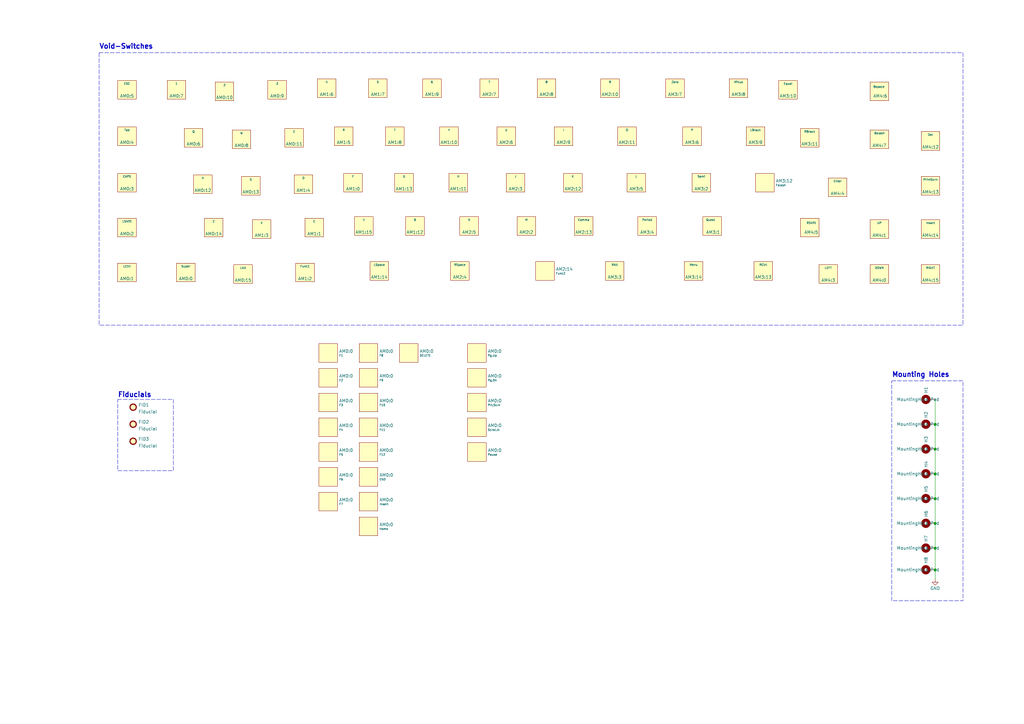
<source format=kicad_sch>
(kicad_sch (version 20230121) (generator eeschema)
  (paper "A3")
  (title_block (title "Chancey Keyboard") (date "2023-06-01") (rev "A-A"))
  (lib_symbols
    (symbol "Mechanical:Fiducial"
      (property "Reference" "FID" (at 0 5.08 0))
      (property "Value" "Fiducial" (at 0 3.175 0))
      (symbol "Fiducial_0_1"
        (circle (center 0 0) (radius 1.27) (stroke (width 0.508)) (fill (type background)))
      )
    )
    (symbol "Mechanical:MountingHole_Pad" (pin_numbers hide) (pin_names (offset 1.016) hide)
      (property "Reference" "H" (at 0 6.35 0))
      (property "Value" "MountingHole_Pad" (at 0 4.445 0))
      (symbol "MountingHole_Pad_0_1"
        (circle (center 0 1.27) (radius 1.27) (stroke (width 1.27)))
      )
      (symbol "MountingHole_Pad_1_1"
        (pin input line (at 0 -2.54 90) (length 2.54) (name "1") (number "1"))
      )
    )
    (symbol "power:GND" (power) (pin_names (offset 0))
      (property "Value" "GND" (at 0 -3.81 0))
      (symbol "GND_0_1"
        (polyline (pts (xy 0 0) (xy 0 -1.27) (xy 1.27 -1.27) (xy 0 -2.54) (xy -1.27 -1.27) (xy 0 -1.27)))
      )
      (symbol "GND_1_1"
        (pin power_in line (at 0 0 270) (length 0) hide (name "GND") (number "1"))
      )
    )
    (symbol "voidswitch:VoidSwitch" (pin_names (offset 1.016)) (in_bom no)
      (property "Reference" "AM0:0" (at 0 -1.27 0))
      (property "Value" "VoidSwitch" (at 0 1.27 0))
      (symbol "VoidSwitch_0_1"
        (rectangle (start -3.81 3.81) (end 3.81 -3.81) (fill (type background)))
      )
    )
  )
  (junction (at 383.54 173.99))
  (junction (at 383.54 194.31))
  (junction (at 383.54 214.63))
  (junction (at 383.54 204.47))
  (junction (at 383.54 224.79))
  (junction (at 383.54 233.68))
  (junction (at 383.54 184.15))
  (wire (pts (xy 383.54 194.31) (xy 383.54 204.47)))
  (wire (pts (xy 383.54 173.99) (xy 383.54 184.15)))
  (wire (pts (xy 383.54 163.83) (xy 383.54 173.99)))
  (wire (pts (xy 383.54 204.47) (xy 383.54 214.63)))
  (wire (pts (xy 383.54 184.15) (xy 383.54 194.31)))
  (wire (pts (xy 383.54 237.49) (xy 383.54 233.68)))
  (wire (pts (xy 383.54 224.79) (xy 383.54 233.68)))
  (wire (pts (xy 383.54 214.63) (xy 383.54 224.79)))
  (rectangle (start 365.76 156.21) (end 394.97 246.38) (stroke (width 0) (type dash)))
  (rectangle (start 48.26 163.83) (end 71.12 193.04) (stroke (width 0) (type dash)))
  (rectangle (start 40.64 21.59) (end 394.97 133.35) (stroke (width 0) (type dash)))
  (text "Mounting Holes" (at 365.76 154.94 0) (effects (font (size 2 2) (thickness 0.4013) bold) (justify left bottom)))
  (text "Fiducials" (at 48.26 163.195 0) (effects (font (size 2 2) (thickness 0.4013) bold) (justify left bottom)))
  (text "Void-Switches" (at 40.64 20.32 0) (effects (font (size 2 2) (thickness 0.4013) bold) (justify left bottom)))
  (symbol (lib_id "voidswitch:VoidSwitch") (at 72.39 36.83 0) (unit 1) (in_bom no)
    (property "Reference" "AM0:7" (at 72.39 39.37 0))
    (property "Value" "1" (at 72.39 34.29 0) (effects (font (size 0.85 0.85))))
    (property "Footprint" "Chancey_modular:VoidSwitch_1u_SMD" (effects hide))
    (property "NOTE" "Replace \"AM0:0\" with the actual MUX pin" (effects hide))
    (property "Sim.Enable" "0" (effects hide))
  )
  (symbol (lib_id "voidswitch:VoidSwitch") (at 207.645 55.88 0) (unit 1) (in_bom no)
    (property "Reference" "AM2:6" (at 207.645 58.42 0))
    (property "Value" "U" (at 207.645 53.34 0) (effects (font (size 0.85 0.85))))
    (property "Footprint" "Chancey_modular:VoidSwitch_1u_SMD" (effects hide))
    (property "NOTE" "Replace \"AM0:0\" with the actual MUX pin" (effects hide))
    (property "Sim.Enable" "0" (effects hide))
  )
  (symbol (lib_id "voidswitch:VoidSwitch") (at 134.62 165.1 0) (unit 1) (in_bom no)
    (property "Reference" "AM0:0" (at 139.065 164.3516 0) (effects (justify left)))
    (property "Value" "F3" (at 139.065 166.124 0) (effects (font (size 0.85 0.85)) (justify left)))
    (property "Footprint" "Chancey_modular:VoidSwitch_1u_SMD" (effects hide))
    (property "NOTE" "Replace \"AM0:0\" with the actual MUX pin" (effects hide))
    (property "Sim.Enable" "0" (effects hide))
    (instances (project "Chancey-board_modular-AA" (path "" (reference "AM0:0") (unit 1)) (path "" (reference "AM5:3") (unit 1))))
  )
  (symbol (lib_id "voidswitch:VoidSwitch") (at 52.07 55.88 0) (unit 1) (in_bom no)
    (property "Reference" "AM0:4" (at 52.07 58.42 0))
    (property "Value" "Tab" (at 52.07 53.34 0) (effects (font (size 0.85 0.85))))
    (property "Footprint" "Chancey_modular:VoidSwitch_1u_SMD" (effects hide))
    (property "NOTE" "Replace \"AM0:0\" with the actual MUX pin" (effects hide))
    (property "Sim.Enable" "0" (effects hide))
  )
  (symbol (lib_id "voidswitch:VoidSwitch") (at 250.19 36.195 0) (unit 1) (in_bom no)
    (property "Reference" "AM2:10" (at 250.19 38.735 0))
    (property "Value" "9" (at 250.19 33.655 0) (effects (font (size 0.85 0.85))))
    (property "Footprint" "Chancey_modular:VoidSwitch_1u_SMD" (effects hide))
    (property "NOTE" "Replace \"AM0:0\" with the actual MUX pin" (effects hide))
    (property "Sim.Enable" "0" (effects hide))
  )
  (symbol (lib_id "voidswitch:VoidSwitch") (at 120.65 56.515 0) (unit 1) (in_bom no)
    (property "Reference" "AM0:11" (at 120.65 59.055 0))
    (property "Value" "E" (at 120.65 53.975 0) (effects (font (size 0.85 0.85))))
    (property "Footprint" "Chancey_modular:VoidSwitch_1u_SMD" (effects hide))
    (property "NOTE" "Replace \"AM0:0\" with the actual MUX pin" (effects hide))
    (property "Sim.Enable" "0" (effects hide))
  )
  (symbol (lib_id "voidswitch:VoidSwitch") (at 224.155 36.195 0) (unit 1) (in_bom no)
    (property "Reference" "AM2:8" (at 224.155 38.735 0))
    (property "Value" "8" (at 224.155 33.655 0) (effects (font (size 0.85 0.85))))
    (property "Footprint" "Chancey_modular:VoidSwitch_1u_SMD" (effects hide))
    (property "NOTE" "Replace \"AM0:0\" with the actual MUX pin" (effects hide))
    (property "Sim.Enable" "0" (effects hide))
  )
  (symbol (lib_id "voidswitch:VoidSwitch") (at 107.315 93.98 0) (unit 1) (in_bom no)
    (property "Reference" "AM1:3" (at 107.315 96.52 0))
    (property "Value" "X" (at 107.315 91.44 0) (effects (font (size 0.85 0.85))))
    (property "Footprint" "Chancey_modular:VoidSwitch_1u_SMD" (effects hide))
    (property "NOTE" "Replace \"AM0:0\" with the actual MUX pin" (effects hide))
    (property "Sim.Enable" "0" (effects hide))
  )
  (symbol (lib_id "voidswitch:VoidSwitch") (at 124.46 75.565 0) (unit 1) (in_bom no)
    (property "Reference" "AM1:4" (at 124.46 78.105 0))
    (property "Value" "D" (at 124.46 73.025 0) (effects (font (size 0.85 0.85))))
    (property "Footprint" "Chancey_modular:VoidSwitch_1u_SMD" (effects hide))
    (property "NOTE" "Replace \"AM0:0\" with the actual MUX pin" (effects hide))
    (property "Sim.Enable" "0" (effects hide))
  )
  (symbol (lib_id "voidswitch:VoidSwitch") (at 323.215 36.83 0) (unit 1) (in_bom no)
    (property "Reference" "AM3:10" (at 323.215 39.37 0))
    (property "Value" "Equal" (at 323.215 34.29 0) (effects (font (size 0.85 0.85))))
    (property "Footprint" "Chancey_modular:VoidSwitch_1u_SMD" (effects hide))
    (property "NOTE" "Replace \"AM0:0\" with the actual MUX pin" (effects hide))
    (property "Sim.Enable" "0" (effects hide))
  )
  (symbol (lib_id "voidswitch:VoidSwitch") (at 155.575 111.125 0) (unit 1) (in_bom no)
    (property "Reference" "AM1:14" (at 155.575 113.665 0))
    (property "Value" "LSpace" (at 155.575 108.585 0) (effects (font (size 0.85 0.85))))
    (property "Footprint" "Chancey_modular:VoidSwitch_1u_SMD" (effects hide))
    (property "NOTE" "Replace \"AM0:0\" with the actual MUX pin" (effects hide))
    (property "Sim.Enable" "0" (effects hide))
  )
  (symbol (lib_id "voidswitch:VoidSwitch") (at 167.64 144.78 0) (unit 1) (in_bom no)
    (property "Reference" "AM0:0" (at 172.085 144.0316 0) (effects (justify left)))
    (property "Value" "DELETE" (at 172.085 145.804 0) (effects (font (size 0.85 0.85)) (justify left)))
    (property "Footprint" "Chancey_modular:VoidSwitch_1u_SMD" (effects hide))
    (property "NOTE" "Replace \"AM0:0\" with the actual MUX pin" (effects hide))
    (property "Sim.Enable" "0" (effects hide))
    (instances (project "Chancey-board_modular-AA" (path "" (reference "AM0:0") (unit 1)) (path "" (reference "AM6:1") (unit 1))))
  )
  (symbol (lib_id "voidswitch:VoidSwitch") (at 134.62 175.26 0) (unit 1) (in_bom no)
    (property "Reference" "AM0:0" (at 139.065 174.5116 0) (effects (justify left)))
    (property "Value" "F4" (at 139.065 176.284 0) (effects (font (size 0.85 0.85)) (justify left)))
    (property "Footprint" "Chancey_modular:VoidSwitch_1u_SMD" (effects hide))
    (property "NOTE" "Replace \"AM0:0\" with the actual MUX pin" (effects hide))
    (property "Sim.Enable" "0" (effects hide))
    (instances (project "Chancey-board_modular-AA" (path "" (reference "AM0:0") (unit 1)) (path "" (reference "AM5:4") (unit 1))))
  )
  (symbol (lib_id "voidswitch:VoidSwitch") (at 140.97 55.88 0) (unit 1) (in_bom no)
    (property "Reference" "AM1:5" (at 140.97 58.42 0))
    (property "Value" "R" (at 140.97 53.34 0) (effects (font (size 0.85 0.85))))
    (property "Footprint" "Chancey_modular:VoidSwitch_1u_SMD" (effects hide))
    (property "NOTE" "Replace \"AM0:0\" with the actual MUX pin" (effects hide))
    (property "Sim.Enable" "0" (effects hide))
  )
  (symbol (lib_id "voidswitch:VoidSwitch") (at 83.185 75.565 0) (unit 1) (in_bom no)
    (property "Reference" "AM0:12" (at 83.185 78.105 0))
    (property "Value" "A" (at 83.185 73.025 0) (effects (font (size 0.85 0.85))))
    (property "Footprint" "Chancey_modular:VoidSwitch_1u_SMD" (effects hide))
    (property "NOTE" "Replace \"AM0:0\" with the actual MUX pin" (effects hide))
    (property "Sim.Enable" "0" (effects hide))
  )
  (symbol (lib_id "voidswitch:VoidSwitch") (at 151.13 215.9 0) (unit 1) (in_bom no)
    (property "Reference" "AM0:0" (at 155.575 215.1516 0) (effects (justify left)))
    (property "Value" "Home" (at 155.575 216.924 0) (effects (font (size 0.85 0.85)) (justify left)))
    (property "Footprint" "Chancey_modular:VoidSwitch_1u_SMD" (effects hide))
    (property "NOTE" "Replace \"AM0:0\" with the actual MUX pin" (effects hide))
    (property "Sim.Enable" "0" (effects hide))
    (instances (project "Chancey-board_modular-AA" (path "" (reference "AM0:0") (unit 1)) (path "" (reference "AM5:15") (unit 1))))
  )
  (symbol (lib_id "voidswitch:VoidSwitch") (at 134.62 195.58 0) (unit 1) (in_bom no)
    (property "Reference" "AM0:0" (at 139.065 194.8316 0) (effects (justify left)))
    (property "Value" "F6" (at 139.065 196.604 0) (effects (font (size 0.85 0.85)) (justify left)))
    (property "Footprint" "Chancey_modular:VoidSwitch_1u_SMD" (effects hide))
    (property "NOTE" "Replace \"AM0:0\" with the actual MUX pin" (effects hide))
    (property "Sim.Enable" "0" (effects hide))
    (instances (project "Chancey-board_modular-AA" (path "" (reference "AM0:0") (unit 1)) (path "" (reference "AM5:6") (unit 1))))
  )
  (symbol (lib_id "voidswitch:VoidSwitch") (at 165.735 74.93 0) (unit 1) (in_bom no)
    (property "Reference" "AM1:13" (at 165.735 77.47 0))
    (property "Value" "G" (at 165.735 72.39 0) (effects (font (size 0.85 0.85))))
    (property "Footprint" "Chancey_modular:VoidSwitch_1u_SMD" (effects hide))
    (property "NOTE" "Replace \"AM0:0\" with the actual MUX pin" (effects hide))
    (property "Sim.Enable" "0" (effects hide))
  )
  (symbol (lib_id "voidswitch:VoidSwitch") (at 343.535 76.835 0) (unit 1) (in_bom no)
    (property "Reference" "AM4:4" (at 343.535 79.375 0))
    (property "Value" "Enter" (at 343.535 74.295 0) (effects (font (size 0.85 0.85))))
    (property "Footprint" "Chancey_modular:VoidSwitch_1u_SMD" (effects hide))
    (property "NOTE" "Replace \"AM0:0\" with the actual MUX pin" (effects hide))
    (property "Sim.Enable" "0" (effects hide))
  )
  (symbol (lib_id "voidswitch:VoidSwitch") (at 134.62 185.42 0) (unit 1) (in_bom no)
    (property "Reference" "AM0:0" (at 139.065 184.6716 0) (effects (justify left)))
    (property "Value" "F5" (at 139.065 186.444 0) (effects (font (size 0.85 0.85)) (justify left)))
    (property "Footprint" "Chancey_modular:VoidSwitch_1u_SMD" (effects hide))
    (property "NOTE" "Replace \"AM0:0\" with the actual MUX pin" (effects hide))
    (property "Sim.Enable" "0" (effects hide))
    (instances (project "Chancey-board_modular-AA" (path "" (reference "AM0:0") (unit 1)) (path "" (reference "AM5:5") (unit 1))))
  )
  (symbol (lib_id "voidswitch:VoidSwitch") (at 223.52 111.125 0) (unit 1) (in_bom no)
    (property "Reference" "AM2:14" (at 227.965 110.3766 0) (effects (justify left)))
    (property "Value" "Func2" (at 227.965 112.149 0) (effects (font (size 0.85 0.85)) (justify left)))
    (property "Footprint" "Chancey_modular:VoidSwitch_1u_SMD" (effects hide))
    (property "NOTE" "Replace \"AM0:0\" with the actual MUX pin" (effects hide))
    (property "Sim.Enable" "0" (effects hide))
  )
  (symbol (lib_id "voidswitch:VoidSwitch") (at 177.165 36.195 0) (unit 1) (in_bom no)
    (property "Reference" "AM1:9" (at 177.165 38.735 0))
    (property "Value" "6" (at 177.165 33.655 0) (effects (font (size 0.85 0.85))))
    (property "Footprint" "Chancey_modular:VoidSwitch_1u_SMD" (effects hide))
    (property "NOTE" "Replace \"AM0:0\" with the actual MUX pin" (effects hide))
    (property "Sim.Enable" "0" (effects hide))
  )
  (symbol (lib_id "voidswitch:VoidSwitch") (at 92.075 37.465 0) (unit 1) (in_bom no)
    (property "Reference" "AM0:10" (at 92.075 40.005 0))
    (property "Value" "2" (at 92.075 34.925 0) (effects (font (size 0.85 0.85))))
    (property "Footprint" "Chancey_modular:VoidSwitch_1u_SMD" (effects hide))
    (property "NOTE" "Replace \"AM0:0\" with the actual MUX pin" (effects hide))
    (property "Sim.Enable" "0" (effects hide))
  )
  (symbol (lib_id "voidswitch:VoidSwitch") (at 265.43 92.71 0) (unit 1) (in_bom no)
    (property "Reference" "AM3:4" (at 265.43 95.25 0))
    (property "Value" "Period" (at 265.43 90.17 0) (effects (font (size 0.85 0.85))))
    (property "Footprint" "Chancey_modular:VoidSwitch_1u_SMD" (effects hide))
    (property "NOTE" "Replace \"AM0:0\" with the actual MUX pin" (effects hide))
    (property "Sim.Enable" "0" (effects hide))
  )
  (symbol (lib_id "voidswitch:VoidSwitch") (at 99.06 57.15 0) (unit 1) (in_bom no)
    (property "Reference" "AM0:8" (at 99.06 59.69 0))
    (property "Value" "W" (at 99.06 54.61 0) (effects (font (size 0.85 0.85))))
    (property "Footprint" "Chancey_modular:VoidSwitch_1u_SMD" (effects hide))
    (property "NOTE" "Replace \"AM0:0\" with the actual MUX pin" (effects hide))
    (property "Sim.Enable" "0" (effects hide))
  )
  (symbol (lib_id "voidswitch:VoidSwitch") (at 195.58 165.1 0) (unit 1) (in_bom no)
    (property "Reference" "AM0:0" (at 200.025 164.3516 0) (effects (justify left)))
    (property "Value" "Prt.Scrn" (at 200.025 166.124 0) (effects (font (size 0.85 0.85)) (justify left)))
    (property "Footprint" "Chancey_modular:VoidSwitch_1u_SMD" (effects hide))
    (property "NOTE" "Replace \"AM0:0\" with the actual MUX pin" (effects hide))
    (property "Sim.Enable" "0" (effects hide))
    (instances (project "Chancey-board_modular-AA" (path "" (reference "AM0:0") (unit 1)) (path "" (reference "AM6:3") (unit 1))))
  )
  (symbol (lib_id "voidswitch:VoidSwitch") (at 134.62 154.94 0) (unit 1) (in_bom no)
    (property "Reference" "AM0:0" (at 139.065 154.1916 0) (effects (justify left)))
    (property "Value" "F2" (at 139.065 155.964 0) (effects (font (size 0.85 0.85)) (justify left)))
    (property "Footprint" "Chancey_modular:VoidSwitch_1u_SMD" (effects hide))
    (property "NOTE" "Replace \"AM0:0\" with the actual MUX pin" (effects hide))
    (property "Sim.Enable" "0" (effects hide))
    (instances (project "Chancey-board_modular-AA" (path "" (reference "AM0:0") (unit 1)) (path "" (reference "AM5:2") (unit 1))))
  )
  (symbol (lib_id "Mechanical:MountingHole_Pad") (at 381 233.68 90) (unit 1)
    (property "Reference" "H8" (at 379.8316 231.14 0) (effects (justify left)))
    (property "Value" "MountingHole_Pad" (at 376.555 233.68 90))
    (property "Footprint" "MountingHole:MountingHole_3.2mm_M3_Pad" (effects hide))
  )
  (symbol (lib_id "Mechanical:MountingHole_Pad") (at 381 184.15 90) (unit 1)
    (property "Reference" "H3" (at 379.8316 181.61 0) (effects (justify left)))
    (property "Value" "MountingHole_Pad" (at 376.555 184.15 90))
    (property "Footprint" "MountingHole:MountingHole_3.2mm_M3_Pad" (effects hide))
  )
  (symbol (lib_id "voidswitch:VoidSwitch") (at 313.055 111.125 0) (unit 1) (in_bom no)
    (property "Reference" "AM3:13" (at 313.055 113.665 0))
    (property "Value" "RCtrl" (at 313.055 108.585 0) (effects (font (size 0.85 0.85))))
    (property "Footprint" "Chancey_modular:VoidSwitch_1u_SMD" (effects hide))
    (property "NOTE" "Replace \"AM0:0\" with the actual MUX pin" (effects hide))
    (property "Sim.Enable" "0" (effects hide))
  )
  (symbol (lib_id "voidswitch:VoidSwitch") (at 360.68 57.15 0) (unit 1) (in_bom no)
    (property "Reference" "AM4:7" (at 360.68 59.69 0))
    (property "Value" "Bslash" (at 360.68 54.61 0) (effects (font (size 0.85 0.85))))
    (property "Footprint" "Chancey_modular:VoidSwitch_1u_SMD" (effects hide))
    (property "NOTE" "Replace \"AM0:0\" with the actual MUX pin" (effects hide))
    (property "Sim.Enable" "0" (effects hide))
  )
  (symbol (lib_id "voidswitch:VoidSwitch") (at 381.635 57.785 0) (unit 1) (in_bom no)
    (property "Reference" "AM4:12" (at 381.635 60.325 0))
    (property "Value" "Del" (at 381.635 55.245 0) (effects (font (size 0.85 0.85))))
    (property "Footprint" "Chancey_modular:VoidSwitch_1u_SMD" (effects hide))
    (property "NOTE" "Replace \"AM0:0\" with the actual MUX pin" (effects hide))
    (property "Sim.Enable" "0" (effects hide))
  )
  (symbol (lib_id "voidswitch:VoidSwitch") (at 276.86 36.195 0) (unit 1) (in_bom no)
    (property "Reference" "AM3:7" (at 276.86 38.735 0))
    (property "Value" "Zero" (at 276.86 33.655 0) (effects (font (size 0.85 0.85))))
    (property "Footprint" "Chancey_modular:VoidSwitch_1u_SMD" (effects hide))
    (property "NOTE" "Replace \"AM0:0\" with the actual MUX pin" (effects hide))
    (property "Sim.Enable" "0" (effects hide))
  )
  (symbol (lib_id "voidswitch:VoidSwitch") (at 52.07 93.345 0) (unit 1) (in_bom no)
    (property "Reference" "AM0:2" (at 52.07 95.885 0))
    (property "Value" "LShift" (at 52.07 90.805 0) (effects (font (size 0.85 0.85))))
    (property "Footprint" "Chancey_modular:VoidSwitch_1u_SMD" (effects hide))
    (property "NOTE" "Replace \"AM0:0\" with the actual MUX pin" (effects hide))
    (property "Sim.Enable" "0" (effects hide))
  )
  (symbol (lib_id "voidswitch:VoidSwitch") (at 195.58 175.26 0) (unit 1) (in_bom no)
    (property "Reference" "AM0:0" (at 200.025 174.5116 0) (effects (justify left)))
    (property "Value" "Scrol.lk" (at 200.025 176.284 0) (effects (font (size 0.85 0.85)) (justify left)))
    (property "Footprint" "Chancey_modular:VoidSwitch_1u_SMD" (effects hide))
    (property "NOTE" "Replace \"AM0:0\" with the actual MUX pin" (effects hide))
    (property "Sim.Enable" "0" (effects hide))
    (instances (project "Chancey-board_modular-AA" (path "" (reference "AM0:0") (unit 1)) (path "" (reference "AM6:4") (unit 1))))
  )
  (symbol (lib_id "voidswitch:VoidSwitch") (at 302.895 36.195 0) (unit 1) (in_bom no)
    (property "Reference" "AM3:8" (at 302.895 38.735 0))
    (property "Value" "Minus" (at 302.895 33.655 0) (effects (font (size 0.85 0.85))))
    (property "Footprint" "Chancey_modular:VoidSwitch_1u_SMD" (effects hide))
    (property "NOTE" "Replace \"AM0:0\" with the actual MUX pin" (effects hide))
    (property "Sim.Enable" "0" (effects hide))
  )
  (symbol (lib_id "voidswitch:VoidSwitch") (at 260.985 74.93 0) (unit 1) (in_bom no)
    (property "Reference" "AM3:5" (at 260.985 77.47 0))
    (property "Value" "L" (at 260.985 72.39 0) (effects (font (size 0.85 0.85))))
    (property "Footprint" "Chancey_modular:VoidSwitch_1u_SMD" (effects hide))
    (property "NOTE" "Replace \"AM0:0\" with the actual MUX pin" (effects hide))
    (property "Sim.Enable" "0" (effects hide))
  )
  (symbol (lib_id "voidswitch:VoidSwitch") (at 154.94 36.195 0) (unit 1) (in_bom no)
    (property "Reference" "AM1:7" (at 154.94 38.735 0))
    (property "Value" "5" (at 154.94 33.655 0) (effects (font (size 0.85 0.85))))
    (property "Footprint" "Chancey_modular:VoidSwitch_1u_SMD" (effects hide))
    (property "NOTE" "Replace \"AM0:0\" with the actual MUX pin" (effects hide))
    (property "Sim.Enable" "0" (effects hide))
  )
  (symbol (lib_id "voidswitch:VoidSwitch") (at 188.595 111.125 0) (unit 1) (in_bom no)
    (property "Reference" "AM2:4" (at 188.595 113.665 0))
    (property "Value" "RSpace" (at 188.595 108.585 0) (effects (font (size 0.85 0.85))))
    (property "Footprint" "Chancey_modular:VoidSwitch_1u_SMD" (effects hide))
    (property "NOTE" "Replace \"AM0:0\" with the actual MUX pin" (effects hide))
    (property "Sim.Enable" "0" (effects hide))
  )
  (symbol (lib_id "voidswitch:VoidSwitch") (at 99.695 112.395 0) (unit 1) (in_bom no)
    (property "Reference" "AM0:15" (at 99.695 114.935 0))
    (property "Value" "LAlt" (at 99.695 109.855 0) (effects (font (size 0.85 0.85))))
    (property "Footprint" "Chancey_modular:VoidSwitch_1u_SMD" (effects hide))
    (property "NOTE" "Replace \"AM0:0\" with the actual MUX pin" (effects hide))
    (property "Sim.Enable" "0" (effects hide))
  )
  (symbol (lib_id "voidswitch:VoidSwitch") (at 52.07 36.83 0) (unit 1) (in_bom no)
    (property "Reference" "AM0:5" (at 52.07 39.37 0))
    (property "Value" "ESC" (at 52.07 34.29 0) (effects (font (size 0.85 0.85))))
    (property "Footprint" "Chancey_modular:VoidSwitch_1u_SMD" (effects hide))
    (property "NOTE" "Replace \"AM0:0\" with the actual MUX pin" (effects hide))
    (property "Sim.Enable" "0" (effects hide))
  )
  (symbol (lib_id "voidswitch:VoidSwitch") (at 195.58 185.42 0) (unit 1) (in_bom no)
    (property "Reference" "AM0:0" (at 200.025 184.6716 0) (effects (justify left)))
    (property "Value" "Pause" (at 200.025 186.444 0) (effects (font (size 0.85 0.85)) (justify left)))
    (property "Footprint" "Chancey_modular:VoidSwitch_1u_SMD" (effects hide))
    (property "NOTE" "Replace \"AM0:0\" with the actual MUX pin" (effects hide))
    (property "Sim.Enable" "0" (effects hide))
    (instances (project "Chancey-board_modular-AA" (path "" (reference "AM0:0") (unit 1)) (path "" (reference "AM6:5") (unit 1))))
  )
  (symbol (lib_id "Mechanical:MountingHole_Pad") (at 381 214.63 90) (unit 1)
    (property "Reference" "H6" (at 379.8316 212.09 0) (effects (justify left)))
    (property "Value" "MountingHole_Pad" (at 376.555 214.63 90))
    (property "Footprint" "MountingHole:MountingHole_3.2mm_M3_Pad" (effects hide))
  )
  (symbol (lib_id "voidswitch:VoidSwitch") (at 161.925 55.88 0) (unit 1) (in_bom no)
    (property "Reference" "AM1:8" (at 161.925 58.42 0))
    (property "Value" "T" (at 161.925 53.34 0) (effects (font (size 0.85 0.85))))
    (property "Footprint" "Chancey_modular:VoidSwitch_1u_SMD" (effects hide))
    (property "NOTE" "Replace \"AM0:0\" with the actual MUX pin" (effects hide))
    (property "Sim.Enable" "0" (effects hide))
  )
  (symbol (lib_id "voidswitch:VoidSwitch") (at 128.905 93.345 0) (unit 1) (in_bom no)
    (property "Reference" "AM1:1" (at 128.905 95.885 0))
    (property "Value" "C" (at 128.905 90.805 0) (effects (font (size 0.85 0.85))))
    (property "Footprint" "Chancey_modular:VoidSwitch_1u_SMD" (effects hide))
    (property "NOTE" "Replace \"AM0:0\" with the actual MUX pin" (effects hide))
    (property "Sim.Enable" "0" (effects hide))
  )
  (symbol (lib_id "voidswitch:VoidSwitch") (at 360.68 93.98 0) (unit 1) (in_bom no)
    (property "Reference" "AM4:1" (at 360.68 96.52 0))
    (property "Value" "UP" (at 360.68 91.44 0) (effects (font (size 0.85 0.85))))
    (property "Footprint" "Chancey_modular:VoidSwitch_1u_SMD" (effects hide))
    (property "NOTE" "Replace \"AM0:0\" with the actual MUX pin" (effects hide))
    (property "Sim.Enable" "0" (effects hide))
  )
  (symbol (lib_id "voidswitch:VoidSwitch") (at 149.225 92.71 0) (unit 1) (in_bom no)
    (property "Reference" "AM1:15" (at 149.225 95.25 0))
    (property "Value" "V" (at 149.225 90.17 0) (effects (font (size 0.85 0.85))))
    (property "Footprint" "Chancey_modular:VoidSwitch_1u_SMD" (effects hide))
    (property "NOTE" "Replace \"AM0:0\" with the actual MUX pin" (effects hide))
    (property "Sim.Enable" "0" (effects hide))
  )
  (symbol (lib_id "voidswitch:VoidSwitch") (at 195.58 154.94 0) (unit 1) (in_bom no)
    (property "Reference" "AM0:0" (at 200.025 154.1916 0) (effects (justify left)))
    (property "Value" "Pg.Dn" (at 200.025 155.964 0) (effects (font (size 0.85 0.85)) (justify left)))
    (property "Footprint" "Chancey_modular:VoidSwitch_1u_SMD" (effects hide))
    (property "NOTE" "Replace \"AM0:0\" with the actual MUX pin" (effects hide))
    (property "Sim.Enable" "0" (effects hide))
    (instances (project "Chancey-board_modular-AA" (path "" (reference "AM0:0") (unit 1)) (path "" (reference "AM6:2") (unit 1))))
  )
  (symbol (lib_id "voidswitch:VoidSwitch") (at 151.13 175.26 0) (unit 1) (in_bom no)
    (property "Reference" "AM0:0" (at 155.575 174.5116 0) (effects (justify left)))
    (property "Value" "F11" (at 155.575 176.284 0) (effects (font (size 0.85 0.85)) (justify left)))
    (property "Footprint" "Chancey_modular:VoidSwitch_1u_SMD" (effects hide))
    (property "NOTE" "Replace \"AM0:0\" with the actual MUX pin" (effects hide))
    (property "Sim.Enable" "0" (effects hide))
    (instances (project "Chancey-board_modular-AA" (path "" (reference "AM0:0") (unit 1)) (path "" (reference "AM5:11") (unit 1))))
  )
  (symbol (lib_id "voidswitch:VoidSwitch") (at 52.07 74.93 0) (unit 1) (in_bom no)
    (property "Reference" "AM0:3" (at 52.07 77.47 0))
    (property "Value" "CAPS" (at 52.07 72.39 0) (effects (font (size 0.85 0.85))))
    (property "Footprint" "Chancey_modular:VoidSwitch_1u_SMD" (effects hide))
    (property "NOTE" "Replace \"AM0:0\" with the actual MUX pin" (effects hide))
    (property "Sim.Enable" "0" (effects hide))
  )
  (symbol (lib_id "voidswitch:VoidSwitch") (at 102.87 76.2 0) (unit 1) (in_bom no)
    (property "Reference" "AM0:13" (at 102.87 78.74 0))
    (property "Value" "S" (at 102.87 73.66 0) (effects (font (size 0.85 0.85))))
    (property "Footprint" "Chancey_modular:VoidSwitch_1u_SMD" (effects hide))
    (property "NOTE" "Replace \"AM0:0\" with the actual MUX pin" (effects hide))
    (property "Sim.Enable" "0" (effects hide))
  )
  (symbol (lib_id "voidswitch:VoidSwitch") (at 339.725 112.395 0) (unit 1) (in_bom no)
    (property "Reference" "AM4:3" (at 339.725 114.935 0))
    (property "Value" "LEFT" (at 339.725 109.855 0) (effects (font (size 0.85 0.85))))
    (property "Footprint" "Chancey_modular:VoidSwitch_1u_SMD" (effects hide))
    (property "NOTE" "Replace \"AM0:0\" with the actual MUX pin" (effects hide))
    (property "Sim.Enable" "0" (effects hide))
  )
  (symbol (lib_id "power:GND") (at 383.54 237.49 0) (unit 1)
    (property "Reference" "#PWR043" (effects hide))
    (property "Value" "GND" (at 383.54 241.3 0))
    (instances (project "Chancey-board_modular-AA" (path "" (reference "#PWR043") (unit 1)) (path "" (reference "#PWR0152") (unit 1))))
  )
  (symbol (lib_id "voidswitch:VoidSwitch") (at 52.07 111.76 0) (unit 1) (in_bom no)
    (property "Reference" "AM0:1" (at 52.07 114.3 0))
    (property "Value" "LCtrl" (at 52.07 109.22 0) (effects (font (size 0.85 0.85))))
    (property "Footprint" "Chancey_modular:VoidSwitch_1u_SMD" (effects hide))
    (property "NOTE" "Replace \"AM0:0\" with the actual MUX pin" (effects hide))
    (property "Sim.Enable" "0" (effects hide))
  )
  (symbol (lib_id "voidswitch:VoidSwitch") (at 215.9 92.71 0) (unit 1) (in_bom no)
    (property "Reference" "AM2:2" (at 215.9 95.25 0))
    (property "Value" "M" (at 215.9 90.17 0) (effects (font (size 0.85 0.85))))
    (property "Footprint" "Chancey_modular:VoidSwitch_1u_SMD" (effects hide))
    (property "NOTE" "Replace \"AM0:0\" with the actual MUX pin" (effects hide))
    (property "Sim.Enable" "0" (effects hide))
  )
  (symbol (lib_id "voidswitch:VoidSwitch") (at 252.095 111.125 0) (unit 1) (in_bom no)
    (property "Reference" "AM3:3" (at 252.095 113.665 0))
    (property "Value" "RAlt" (at 252.095 108.585 0) (effects (font (size 0.85 0.85))))
    (property "Footprint" "Chancey_modular:VoidSwitch_1u_SMD" (effects hide))
    (property "NOTE" "Replace \"AM0:0\" with the actual MUX pin" (effects hide))
    (property "Sim.Enable" "0" (effects hide))
  )
  (symbol (lib_id "voidswitch:VoidSwitch") (at 284.48 111.125 0) (unit 1) (in_bom no)
    (property "Reference" "AM3:14" (at 284.48 113.665 0))
    (property "Value" "Menu" (at 284.48 108.585 0) (effects (font (size 0.85 0.85))))
    (property "Footprint" "Chancey_modular:VoidSwitch_1u_SMD" (effects hide))
    (property "NOTE" "Replace \"AM0:0\" with the actual MUX pin" (effects hide))
    (property "Sim.Enable" "0" (effects hide))
  )
  (symbol (lib_id "Mechanical:MountingHole_Pad") (at 381 204.47 90) (unit 1)
    (property "Reference" "H5" (at 379.8316 201.93 0) (effects (justify left)))
    (property "Value" "MountingHole_Pad" (at 376.555 204.47 90))
    (property "Footprint" "MountingHole:MountingHole_3.2mm_M3_Pad" (effects hide))
  )
  (symbol (lib_id "Mechanical:Fiducial") (at 54.61 180.975 0) (unit 1)
    (property "Reference" "FID3" (at 56.769 180.0665 0) (effects (justify left)))
    (property "Value" "Fiducial" (at 56.769 182.8416 0) (effects (justify left)))
    (property "Footprint" "Fiducial:Fiducial_1mm_Mask2mm" (effects hide))
  )
  (symbol (lib_id "Mechanical:MountingHole_Pad") (at 381 194.31 90) (unit 1)
    (property "Reference" "H4" (at 379.8316 191.77 0) (effects (justify left)))
    (property "Value" "MountingHole_Pad" (at 376.555 194.31 90))
    (property "Footprint" "MountingHole:MountingHole_3.2mm_M3_Pad" (effects hide))
  )
  (symbol (lib_id "voidswitch:VoidSwitch") (at 360.68 112.395 0) (unit 1) (in_bom no)
    (property "Reference" "AM4:0" (at 360.68 114.935 0))
    (property "Value" "DOWN" (at 360.68 109.855 0) (effects (font (size 0.85 0.85))))
    (property "Footprint" "Chancey_modular:VoidSwitch_1u_SMD" (effects hide))
    (property "NOTE" "Replace \"AM0:0\" with the actual MUX pin" (effects hide))
    (property "Sim.Enable" "0" (effects hide))
  )
  (symbol (lib_id "voidswitch:VoidSwitch") (at 381.635 112.395 0) (unit 1) (in_bom no)
    (property "Reference" "AM4:15" (at 381.635 114.935 0))
    (property "Value" "RIGHT" (at 381.635 109.855 0) (effects (font (size 0.85 0.85))))
    (property "Footprint" "Chancey_modular:VoidSwitch_1u_SMD" (effects hide))
    (property "NOTE" "Replace \"AM0:0\" with the actual MUX pin" (effects hide))
    (property "Sim.Enable" "0" (effects hide))
  )
  (symbol (lib_id "voidswitch:VoidSwitch") (at 151.13 165.1 0) (unit 1) (in_bom no)
    (property "Reference" "AM0:0" (at 155.575 164.3516 0) (effects (justify left)))
    (property "Value" "F10" (at 155.575 166.124 0) (effects (font (size 0.85 0.85)) (justify left)))
    (property "Footprint" "Chancey_modular:VoidSwitch_1u_SMD" (effects hide))
    (property "NOTE" "Replace \"AM0:0\" with the actual MUX pin" (effects hide))
    (property "Sim.Enable" "0" (effects hide))
    (instances (project "Chancey-board_modular-AA" (path "" (reference "AM0:0") (unit 1)) (path "" (reference "AM5:10") (unit 1))))
  )
  (symbol (lib_id "voidswitch:VoidSwitch") (at 133.985 36.195 0) (unit 1) (in_bom no)
    (property "Reference" "AM1:6" (at 133.985 38.735 0))
    (property "Value" "4" (at 133.985 33.655 0) (effects (font (size 0.85 0.85))))
    (property "Footprint" "Chancey_modular:VoidSwitch_1u_SMD" (effects hide))
    (property "NOTE" "Replace \"AM0:0\" with the actual MUX pin" (effects hide))
    (property "Sim.Enable" "0" (effects hide))
  )
  (symbol (lib_id "voidswitch:VoidSwitch") (at 239.395 92.71 0) (unit 1) (in_bom no)
    (property "Reference" "AM2:13" (at 239.395 95.25 0))
    (property "Value" "Comma" (at 239.395 90.17 0) (effects (font (size 0.85 0.85))))
    (property "Footprint" "Chancey_modular:VoidSwitch_1u_SMD" (effects hide))
    (property "NOTE" "Replace \"AM0:0\" with the actual MUX pin" (effects hide))
    (property "Sim.Enable" "0" (effects hide))
  )
  (symbol (lib_id "voidswitch:VoidSwitch") (at 360.68 37.465 0) (unit 1) (in_bom no)
    (property "Reference" "AM4:6" (at 358.14 39.37 0) (effects (justify left)))
    (property "Value" "Bspace" (at 358.14 35.56 0) (effects (font (size 0.85 0.85)) (justify left)))
    (property "Footprint" "Chancey_modular:VoidSwitch_1u_SMD" (effects hide))
    (property "NOTE" "Replace \"AM0:0\" with the actual MUX pin" (effects hide))
    (property "Sim.Enable" "0" (effects hide))
  )
  (symbol (lib_id "voidswitch:VoidSwitch") (at 76.2 111.76 0) (unit 1) (in_bom no)
    (property "Reference" "AM0:0" (at 76.2 114.3 0))
    (property "Value" "Super" (at 76.2 109.22 0) (effects (font (size 0.85 0.85))))
    (property "Footprint" "Chancey_modular:VoidSwitch_1u_SMD" (effects hide))
    (property "NOTE" "Replace \"AM0:0\" with the actual MUX pin" (effects hide))
    (property "Sim.Enable" "0" (effects hide))
  )
  (symbol (lib_id "voidswitch:VoidSwitch") (at 231.14 55.88 0) (unit 1) (in_bom no)
    (property "Reference" "AM2:9" (at 231.14 58.42 0))
    (property "Value" "I" (at 231.14 53.34 0) (effects (font (size 0.85 0.85))))
    (property "Footprint" "Chancey_modular:VoidSwitch_1u_SMD" (effects hide))
    (property "NOTE" "Replace \"AM0:0\" with the actual MUX pin" (effects hide))
    (property "Sim.Enable" "0" (effects hide))
  )
  (symbol (lib_id "voidswitch:VoidSwitch") (at 151.13 195.58 0) (unit 1) (in_bom no)
    (property "Reference" "AM0:0" (at 155.575 194.8316 0) (effects (justify left)))
    (property "Value" "END" (at 155.575 196.604 0) (effects (font (size 0.85 0.85)) (justify left)))
    (property "Footprint" "Chancey_modular:VoidSwitch_1u_SMD" (effects hide))
    (property "NOTE" "Replace \"AM0:0\" with the actual MUX pin" (effects hide))
    (property "Sim.Enable" "0" (effects hide))
    (instances (project "Chancey-board_modular-AA" (path "" (reference "AM0:0") (unit 1)) (path "" (reference "AM5:13") (unit 1))))
  )
  (symbol (lib_id "voidswitch:VoidSwitch") (at 113.665 36.83 0) (unit 1) (in_bom no)
    (property "Reference" "AM0:9" (at 113.665 39.37 0))
    (property "Value" "3" (at 113.665 34.29 0) (effects (font (size 0.85 0.85))))
    (property "Footprint" "Chancey_modular:VoidSwitch_1u_SMD" (effects hide))
    (property "NOTE" "Replace \"AM0:0\" with the actual MUX pin" (effects hide))
    (property "Sim.Enable" "0" (effects hide))
  )
  (symbol (lib_id "voidswitch:VoidSwitch") (at 187.96 74.93 0) (unit 1) (in_bom no)
    (property "Reference" "AM1:11" (at 187.96 77.47 0))
    (property "Value" "H" (at 187.96 72.39 0) (effects (font (size 0.85 0.85))))
    (property "Footprint" "Chancey_modular:VoidSwitch_1u_SMD" (effects hide))
    (property "NOTE" "Replace \"AM0:0\" with the actual MUX pin" (effects hide))
    (property "Sim.Enable" "0" (effects hide))
  )
  (symbol (lib_id "voidswitch:VoidSwitch") (at 151.13 154.94 0) (unit 1) (in_bom no)
    (property "Reference" "AM0:0" (at 155.575 154.1916 0) (effects (justify left)))
    (property "Value" "F9" (at 155.575 155.964 0) (effects (font (size 0.85 0.85)) (justify left)))
    (property "Footprint" "Chancey_modular:VoidSwitch_1u_SMD" (effects hide))
    (property "NOTE" "Replace \"AM0:0\" with the actual MUX pin" (effects hide))
    (property "Sim.Enable" "0" (effects hide))
    (instances (project "Chancey-board_modular-AA" (path "" (reference "AM0:0") (unit 1)) (path "" (reference "AM5:9") (unit 1))))
  )
  (symbol (lib_id "Mechanical:Fiducial") (at 54.61 167.005 0) (unit 1)
    (property "Reference" "FID1" (at 56.769 166.0965 0) (effects (justify left)))
    (property "Value" "Fiducial" (at 56.769 168.8716 0) (effects (justify left)))
    (property "Footprint" "Fiducial:Fiducial_1mm_Mask2mm" (effects hide))
  )
  (symbol (lib_id "voidswitch:VoidSwitch") (at 144.78 74.93 0) (unit 1) (in_bom no)
    (property "Reference" "AM1:0" (at 144.78 77.47 0))
    (property "Value" "F" (at 144.78 72.39 0) (effects (font (size 0.85 0.85))))
    (property "Footprint" "Chancey_modular:VoidSwitch_1u_SMD" (effects hide))
    (property "NOTE" "Replace \"AM0:0\" with the actual MUX pin" (effects hide))
    (property "Sim.Enable" "0" (effects hide))
  )
  (symbol (lib_id "voidswitch:VoidSwitch") (at 292.1 92.71 0) (unit 1) (in_bom no)
    (property "Reference" "AM3:1" (at 289.56 95.25 0) (effects (justify left)))
    (property "Value" "Quest" (at 289.56 90.17 0) (effects (font (size 0.85 0.85)) (justify left)))
    (property "Footprint" "Chancey_modular:VoidSwitch_1u_SMD" (effects hide))
    (property "NOTE" "Replace \"AM0:0\" with the actual MUX pin" (effects hide))
    (property "Sim.Enable" "0" (effects hide))
  )
  (symbol (lib_id "voidswitch:VoidSwitch") (at 151.13 144.78 0) (unit 1) (in_bom no)
    (property "Reference" "AM0:0" (at 155.575 144.0316 0) (effects (justify left)))
    (property "Value" "F8" (at 155.575 145.804 0) (effects (font (size 0.85 0.85)) (justify left)))
    (property "Footprint" "Chancey_modular:VoidSwitch_1u_SMD" (effects hide))
    (property "NOTE" "Replace \"AM0:0\" with the actual MUX pin" (effects hide))
    (property "Sim.Enable" "0" (effects hide))
    (instances (project "Chancey-board_modular-AA" (path "" (reference "AM0:0") (unit 1)) (path "" (reference "AM5:8") (unit 1))))
  )
  (symbol (lib_id "voidswitch:VoidSwitch") (at 134.62 205.74 0) (unit 1) (in_bom no)
    (property "Reference" "AM0:0" (at 139.065 204.9916 0) (effects (justify left)))
    (property "Value" "F7" (at 139.065 206.764 0) (effects (font (size 0.85 0.85)) (justify left)))
    (property "Footprint" "Chancey_modular:VoidSwitch_1u_SMD" (effects hide))
    (property "NOTE" "Replace \"AM0:0\" with the actual MUX pin" (effects hide))
    (property "Sim.Enable" "0" (effects hide))
    (instances (project "Chancey-board_modular-AA" (path "" (reference "AM0:0") (unit 1)) (path "" (reference "AM5:7") (unit 1))))
  )
  (symbol (lib_id "voidswitch:VoidSwitch") (at 192.405 92.71 0) (unit 1) (in_bom no)
    (property "Reference" "AM2:5" (at 192.405 95.25 0))
    (property "Value" "N" (at 192.405 90.17 0) (effects (font (size 0.85 0.85))))
    (property "Footprint" "Chancey_modular:VoidSwitch_1u_SMD" (effects hide))
    (property "NOTE" "Replace \"AM0:0\" with the actual MUX pin" (effects hide))
    (property "Sim.Enable" "0" (effects hide))
  )
  (symbol (lib_id "voidswitch:VoidSwitch") (at 332.105 56.515 0) (unit 1) (in_bom no)
    (property "Reference" "AM3:11" (at 332.105 59.055 0))
    (property "Value" "RBrack" (at 332.105 53.975 0) (effects (font (size 0.85 0.85))))
    (property "Footprint" "Chancey_modular:VoidSwitch_1u_SMD" (effects hide))
    (property "NOTE" "Replace \"AM0:0\" with the actual MUX pin" (effects hide))
    (property "Sim.Enable" "0" (effects hide))
  )
  (symbol (lib_id "voidswitch:VoidSwitch") (at 309.88 55.88 0) (unit 1) (in_bom no)
    (property "Reference" "AM3:9" (at 309.88 58.42 0))
    (property "Value" "LBrack" (at 309.88 53.34 0) (effects (font (size 0.85 0.85))))
    (property "Footprint" "Chancey_modular:VoidSwitch_1u_SMD" (effects hide))
    (property "NOTE" "Replace \"AM0:0\" with the actual MUX pin" (effects hide))
    (property "Sim.Enable" "0" (effects hide))
  )
  (symbol (lib_id "voidswitch:VoidSwitch") (at 170.18 92.71 0) (unit 1) (in_bom no)
    (property "Reference" "AM1:12" (at 170.18 95.25 0))
    (property "Value" "B" (at 170.18 90.17 0) (effects (font (size 0.85 0.85))))
    (property "Footprint" "Chancey_modular:VoidSwitch_1u_SMD" (effects hide))
    (property "NOTE" "Replace \"AM0:0\" with the actual MUX pin" (effects hide))
    (property "Sim.Enable" "0" (effects hide))
  )
  (symbol (lib_id "voidswitch:VoidSwitch") (at 287.655 74.93 0) (unit 1) (in_bom no)
    (property "Reference" "AM3:2" (at 287.655 77.47 0))
    (property "Value" "Semi" (at 287.655 72.39 0) (effects (font (size 0.85 0.85))))
    (property "Footprint" "Chancey_modular:VoidSwitch_1u_SMD" (effects hide))
    (property "NOTE" "Replace \"AM0:0\" with the actual MUX pin" (effects hide))
    (property "Sim.Enable" "0" (effects hide))
  )
  (symbol (lib_id "voidswitch:VoidSwitch") (at 184.15 55.88 0) (unit 1) (in_bom no)
    (property "Reference" "AM1:10" (at 184.15 58.42 0))
    (property "Value" "Y" (at 184.15 53.34 0) (effects (font (size 0.85 0.85))))
    (property "Footprint" "Chancey_modular:VoidSwitch_1u_SMD" (effects hide))
    (property "NOTE" "Replace \"AM0:0\" with the actual MUX pin" (effects hide))
    (property "Sim.Enable" "0" (effects hide))
  )
  (symbol (lib_id "voidswitch:VoidSwitch") (at 151.13 185.42 0) (unit 1) (in_bom no)
    (property "Reference" "AM0:0" (at 155.575 184.6716 0) (effects (justify left)))
    (property "Value" "F12" (at 155.575 186.444 0) (effects (font (size 0.85 0.85)) (justify left)))
    (property "Footprint" "Chancey_modular:VoidSwitch_1u_SMD" (effects hide))
    (property "NOTE" "Replace \"AM0:0\" with the actual MUX pin" (effects hide))
    (property "Sim.Enable" "0" (effects hide))
    (instances (project "Chancey-board_modular-AA" (path "" (reference "AM0:0") (unit 1)) (path "" (reference "AM5:12") (unit 1))))
  )
  (symbol (lib_id "voidswitch:VoidSwitch") (at 381.635 93.98 0) (unit 1) (in_bom no)
    (property "Reference" "AM4:14" (at 381.635 96.52 0))
    (property "Value" "Insert" (at 381.635 91.44 0) (effects (font (size 0.85 0.85))))
    (property "Footprint" "Chancey_modular:VoidSwitch_1u_SMD" (effects hide))
    (property "NOTE" "Replace \"AM0:0\" with the actual MUX pin" (effects hide))
    (property "Sim.Enable" "0" (effects hide))
  )
  (symbol (lib_id "voidswitch:VoidSwitch") (at 211.455 74.93 0) (unit 1) (in_bom no)
    (property "Reference" "AM2:3" (at 211.455 77.47 0))
    (property "Value" "J" (at 211.455 72.39 0) (effects (font (size 0.85 0.85))))
    (property "Footprint" "Chancey_modular:VoidSwitch_1u_SMD" (effects hide))
    (property "NOTE" "Replace \"AM0:0\" with the actual MUX pin" (effects hide))
    (property "Sim.Enable" "0" (effects hide))
  )
  (symbol (lib_id "voidswitch:VoidSwitch") (at 125.095 111.76 0) (unit 1) (in_bom no)
    (property "Reference" "AM1:2" (at 125.095 114.3 0))
    (property "Value" "Func1" (at 125.095 109.22 0) (effects (font (size 0.85 0.85))))
    (property "Footprint" "Chancey_modular:VoidSwitch_1u_SMD" (effects hide))
    (property "NOTE" "Replace \"AM0:0\" with the actual MUX pin" (effects hide))
    (property "Sim.Enable" "0" (effects hide))
  )
  (symbol (lib_id "Mechanical:MountingHole_Pad") (at 381 173.99 90) (unit 1)
    (property "Reference" "H2" (at 379.8316 171.45 0) (effects (justify left)))
    (property "Value" "MountingHole_Pad" (at 376.555 173.99 90))
    (property "Footprint" "MountingHole:MountingHole_3.2mm_M3_Pad" (effects hide))
  )
  (symbol (lib_id "voidswitch:VoidSwitch") (at 381.635 76.2 0) (unit 1) (in_bom no)
    (property "Reference" "AM4:13" (at 381.635 78.74 0))
    (property "Value" "PrintScrn" (at 381.635 73.66 0) (effects (font (size 0.85 0.85))))
    (property "Footprint" "Chancey_modular:VoidSwitch_1u_SMD" (effects hide))
    (property "NOTE" "Replace \"AM0:0\" with the actual MUX pin" (effects hide))
    (property "Sim.Enable" "0" (effects hide))
  )
  (symbol (lib_id "voidswitch:VoidSwitch") (at 195.58 144.78 0) (unit 1) (in_bom no)
    (property "Reference" "AM0:0" (at 200.025 144.0316 0) (effects (justify left)))
    (property "Value" "Pg.Up" (at 200.025 145.804 0) (effects (font (size 0.85 0.85)) (justify left)))
    (property "Footprint" "Chancey_modular:VoidSwitch_1u_SMD" (effects hide))
    (property "NOTE" "Replace \"AM0:0\" with the actual MUX pin" (effects hide))
    (property "Sim.Enable" "0" (effects hide))
    (instances (project "Chancey-board_modular-AA" (path "" (reference "AM0:0") (unit 1)) (path "" (reference "AM6:0") (unit 1))))
  )
  (symbol (lib_id "voidswitch:VoidSwitch") (at 283.845 55.88 0) (unit 1) (in_bom no)
    (property "Reference" "AM3:6" (at 283.845 58.42 0))
    (property "Value" "P" (at 283.845 53.34 0) (effects (font (size 0.85 0.85))))
    (property "Footprint" "Chancey_modular:VoidSwitch_1u_SMD" (effects hide))
    (property "NOTE" "Replace \"AM0:0\" with the actual MUX pin" (effects hide))
    (property "Sim.Enable" "0" (effects hide))
  )
  (symbol (lib_id "voidswitch:VoidSwitch") (at 79.375 56.515 0) (unit 1) (in_bom no)
    (property "Reference" "AM0:6" (at 79.375 59.055 0))
    (property "Value" "Q" (at 79.375 53.975 0) (effects (font (size 0.85 0.85))))
    (property "Footprint" "Chancey_modular:VoidSwitch_1u_SMD" (effects hide))
    (property "NOTE" "Replace \"AM0:0\" with the actual MUX pin" (effects hide))
    (property "Sim.Enable" "0" (effects hide))
  )
  (symbol (lib_id "voidswitch:VoidSwitch") (at 234.95 74.93 0) (unit 1) (in_bom no)
    (property "Reference" "AM2:12" (at 234.95 77.47 0))
    (property "Value" "K" (at 234.95 72.39 0) (effects (font (size 0.85 0.85))))
    (property "Footprint" "Chancey_modular:VoidSwitch_1u_SMD" (effects hide))
    (property "NOTE" "Replace \"AM0:0\" with the actual MUX pin" (effects hide))
    (property "Sim.Enable" "0" (effects hide))
  )
  (symbol (lib_id "voidswitch:VoidSwitch") (at 134.62 144.78 0) (unit 1) (in_bom no)
    (property "Reference" "AM0:0" (at 139.065 144.0316 0) (effects (justify left)))
    (property "Value" "F1" (at 139.065 145.804 0) (effects (font (size 0.85 0.85)) (justify left)))
    (property "Footprint" "Chancey_modular:VoidSwitch_1u_SMD" (effects hide))
    (property "NOTE" "Replace \"AM0:0\" with the actual MUX pin" (effects hide))
    (property "Sim.Enable" "0" (effects hide))
    (instances (project "Chancey-board_modular-AA" (path "" (reference "AM0:0") (unit 1)) (path "" (reference "AM5:1") (unit 1))))
  )
  (symbol (lib_id "voidswitch:VoidSwitch") (at 151.13 205.74 0) (unit 1) (in_bom no)
    (property "Reference" "AM0:0" (at 155.575 204.9916 0) (effects (justify left)))
    (property "Value" "Insert" (at 155.575 206.764 0) (effects (font (size 0.85 0.85)) (justify left)))
    (property "Footprint" "Chancey_modular:VoidSwitch_1u_SMD" (effects hide))
    (property "NOTE" "Replace \"AM0:0\" with the actual MUX pin" (effects hide))
    (property "Sim.Enable" "0" (effects hide))
    (instances (project "Chancey-board_modular-AA" (path "" (reference "AM0:0") (unit 1)) (path "" (reference "AM5:14") (unit 1))))
  )
  (symbol (lib_id "Mechanical:MountingHole_Pad") (at 381 224.79 90) (unit 1)
    (property "Reference" "H7" (at 379.8316 222.25 0) (effects (justify left)))
    (property "Value" "MountingHole_Pad" (at 376.555 224.79 90))
    (property "Footprint" "MountingHole:MountingHole_3.2mm_M3_Pad" (effects hide))
  )
  (symbol (lib_id "voidswitch:VoidSwitch") (at 332.105 93.345 0) (unit 1) (in_bom no)
    (property "Reference" "AM4:5" (at 332.74 95.25 0))
    (property "Value" "RShift" (at 332.74 91.44 0) (effects (font (size 0.85 0.85))))
    (property "Footprint" "Chancey_modular:VoidSwitch_1u_SMD" (effects hide))
    (property "NOTE" "Replace \"AM0:0\" with the actual MUX pin" (effects hide))
    (property "Sim.Enable" "0" (effects hide))
  )
  (symbol (lib_id "voidswitch:VoidSwitch") (at 257.175 55.88 0) (unit 1) (in_bom no)
    (property "Reference" "AM2:11" (at 257.175 58.42 0))
    (property "Value" "O" (at 257.175 53.34 0) (effects (font (size 0.85 0.85))))
    (property "Footprint" "Chancey_modular:VoidSwitch_1u_SMD" (effects hide))
    (property "NOTE" "Replace \"AM0:0\" with the actual MUX pin" (effects hide))
    (property "Sim.Enable" "0" (effects hide))
  )
  (symbol (lib_id "voidswitch:VoidSwitch") (at 200.66 36.195 0) (unit 1) (in_bom no)
    (property "Reference" "AM2:7" (at 200.66 38.735 0))
    (property "Value" "7" (at 200.66 33.655 0) (effects (font (size 0.85 0.85))))
    (property "Footprint" "Chancey_modular:VoidSwitch_1u_SMD" (effects hide))
    (property "NOTE" "Replace \"AM0:0\" with the actual MUX pin" (effects hide))
    (property "Sim.Enable" "0" (effects hide))
  )
  (symbol (lib_id "voidswitch:VoidSwitch") (at 87.63 93.345 0) (unit 1) (in_bom no)
    (property "Reference" "AM0:14" (at 87.63 95.885 0))
    (property "Value" "Z" (at 87.63 90.805 0) (effects (font (size 0.85 0.85))))
    (property "Footprint" "Chancey_modular:VoidSwitch_1u_SMD" (effects hide))
    (property "NOTE" "Replace \"AM0:0\" with the actual MUX pin" (effects hide))
    (property "Sim.Enable" "0" (effects hide))
  )
  (symbol (lib_id "Mechanical:Fiducial") (at 54.61 173.99 0) (unit 1)
    (property "Reference" "FID2" (at 56.769 173.0815 0) (effects (justify left)))
    (property "Value" "Fiducial" (at 56.769 175.8566 0) (effects (justify left)))
    (property "Footprint" "Fiducial:Fiducial_1mm_Mask2mm" (effects hide))
  )
  (symbol (lib_id "Mechanical:MountingHole_Pad") (at 381 163.83 90) (unit 1)
    (property "Reference" "H1" (at 379.8316 161.29 0) (effects (justify left)))
    (property "Value" "MountingHole_Pad" (at 376.555 163.83 90))
    (property "Footprint" "MountingHole:MountingHole_3.2mm_M3_Pad" (effects hide))
  )
  (symbol (lib_id "voidswitch:VoidSwitch") (at 313.69 74.93 0) (unit 1) (in_bom no)
    (property "Reference" "AM3:12" (at 318.135 74.1816 0) (effects (justify left)))
    (property "Value" "Fslash" (at 318.135 75.954 0) (effects (font (size 0.85 0.85)) (justify left)))
    (property "Footprint" "Chancey_modular:VoidSwitch_1u_SMD" (effects hide))
    (property "NOTE" "Replace \"AM0:0\" with the actual MUX pin" (effects hide))
    (property "Sim.Enable" "0" (effects hide))
  )
)
</source>
